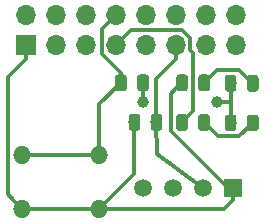
<source format=gtl>
G04 #@! TF.GenerationSoftware,KiCad,Pcbnew,(5.1.4)-1*
G04 #@! TF.CreationDate,2019-09-19T01:50:37+03:00*
G04 #@! TF.ProjectId,Project_2_RPI_HAT,50726f6a-6563-4745-9f32-5f5250495f48,v1*
G04 #@! TF.SameCoordinates,Original*
G04 #@! TF.FileFunction,Copper,L1,Top*
G04 #@! TF.FilePolarity,Positive*
%FSLAX46Y46*%
G04 Gerber Fmt 4.6, Leading zero omitted, Abs format (unit mm)*
G04 Created by KiCad (PCBNEW (5.1.4)-1) date 2019-09-19 01:50:37*
%MOMM*%
%LPD*%
G04 APERTURE LIST*
%ADD10O,1.700000X1.700000*%
%ADD11R,1.700000X1.700000*%
%ADD12C,0.100000*%
%ADD13C,0.975000*%
%ADD14O,1.524000X1.524000*%
%ADD15R,1.500000X1.500000*%
%ADD16C,1.500000*%
%ADD17C,1.000000*%
%ADD18C,0.300000*%
G04 APERTURE END LIST*
D10*
X63754000Y-63881000D03*
X63754000Y-66421000D03*
X61214000Y-63881000D03*
X61214000Y-66421000D03*
X58674000Y-63881000D03*
X58674000Y-66421000D03*
X56134000Y-63881000D03*
X56134000Y-66421000D03*
X53594000Y-63881000D03*
X53594000Y-66421000D03*
X51054000Y-63881000D03*
X51054000Y-66421000D03*
X48514000Y-63881000D03*
X48514000Y-66421000D03*
X45974000Y-63881000D03*
D11*
X45974000Y-66421000D03*
D12*
G36*
X63566742Y-72300774D02*
G01*
X63590403Y-72304284D01*
X63613607Y-72310096D01*
X63636129Y-72318154D01*
X63657753Y-72328382D01*
X63678270Y-72340679D01*
X63697483Y-72354929D01*
X63715207Y-72370993D01*
X63731271Y-72388717D01*
X63745521Y-72407930D01*
X63757818Y-72428447D01*
X63768046Y-72450071D01*
X63776104Y-72472593D01*
X63781916Y-72495797D01*
X63785426Y-72519458D01*
X63786600Y-72543350D01*
X63786600Y-73455850D01*
X63785426Y-73479742D01*
X63781916Y-73503403D01*
X63776104Y-73526607D01*
X63768046Y-73549129D01*
X63757818Y-73570753D01*
X63745521Y-73591270D01*
X63731271Y-73610483D01*
X63715207Y-73628207D01*
X63697483Y-73644271D01*
X63678270Y-73658521D01*
X63657753Y-73670818D01*
X63636129Y-73681046D01*
X63613607Y-73689104D01*
X63590403Y-73694916D01*
X63566742Y-73698426D01*
X63542850Y-73699600D01*
X63055350Y-73699600D01*
X63031458Y-73698426D01*
X63007797Y-73694916D01*
X62984593Y-73689104D01*
X62962071Y-73681046D01*
X62940447Y-73670818D01*
X62919930Y-73658521D01*
X62900717Y-73644271D01*
X62882993Y-73628207D01*
X62866929Y-73610483D01*
X62852679Y-73591270D01*
X62840382Y-73570753D01*
X62830154Y-73549129D01*
X62822096Y-73526607D01*
X62816284Y-73503403D01*
X62812774Y-73479742D01*
X62811600Y-73455850D01*
X62811600Y-72543350D01*
X62812774Y-72519458D01*
X62816284Y-72495797D01*
X62822096Y-72472593D01*
X62830154Y-72450071D01*
X62840382Y-72428447D01*
X62852679Y-72407930D01*
X62866929Y-72388717D01*
X62882993Y-72370993D01*
X62900717Y-72354929D01*
X62919930Y-72340679D01*
X62940447Y-72328382D01*
X62962071Y-72318154D01*
X62984593Y-72310096D01*
X63007797Y-72304284D01*
X63031458Y-72300774D01*
X63055350Y-72299600D01*
X63542850Y-72299600D01*
X63566742Y-72300774D01*
X63566742Y-72300774D01*
G37*
D13*
X63299100Y-72999600D03*
D12*
G36*
X65441742Y-72300774D02*
G01*
X65465403Y-72304284D01*
X65488607Y-72310096D01*
X65511129Y-72318154D01*
X65532753Y-72328382D01*
X65553270Y-72340679D01*
X65572483Y-72354929D01*
X65590207Y-72370993D01*
X65606271Y-72388717D01*
X65620521Y-72407930D01*
X65632818Y-72428447D01*
X65643046Y-72450071D01*
X65651104Y-72472593D01*
X65656916Y-72495797D01*
X65660426Y-72519458D01*
X65661600Y-72543350D01*
X65661600Y-73455850D01*
X65660426Y-73479742D01*
X65656916Y-73503403D01*
X65651104Y-73526607D01*
X65643046Y-73549129D01*
X65632818Y-73570753D01*
X65620521Y-73591270D01*
X65606271Y-73610483D01*
X65590207Y-73628207D01*
X65572483Y-73644271D01*
X65553270Y-73658521D01*
X65532753Y-73670818D01*
X65511129Y-73681046D01*
X65488607Y-73689104D01*
X65465403Y-73694916D01*
X65441742Y-73698426D01*
X65417850Y-73699600D01*
X64930350Y-73699600D01*
X64906458Y-73698426D01*
X64882797Y-73694916D01*
X64859593Y-73689104D01*
X64837071Y-73681046D01*
X64815447Y-73670818D01*
X64794930Y-73658521D01*
X64775717Y-73644271D01*
X64757993Y-73628207D01*
X64741929Y-73610483D01*
X64727679Y-73591270D01*
X64715382Y-73570753D01*
X64705154Y-73549129D01*
X64697096Y-73526607D01*
X64691284Y-73503403D01*
X64687774Y-73479742D01*
X64686600Y-73455850D01*
X64686600Y-72543350D01*
X64687774Y-72519458D01*
X64691284Y-72495797D01*
X64697096Y-72472593D01*
X64705154Y-72450071D01*
X64715382Y-72428447D01*
X64727679Y-72407930D01*
X64741929Y-72388717D01*
X64757993Y-72370993D01*
X64775717Y-72354929D01*
X64794930Y-72340679D01*
X64815447Y-72328382D01*
X64837071Y-72318154D01*
X64859593Y-72310096D01*
X64882797Y-72304284D01*
X64906458Y-72300774D01*
X64930350Y-72299600D01*
X65417850Y-72299600D01*
X65441742Y-72300774D01*
X65441742Y-72300774D01*
G37*
D13*
X65174100Y-72999600D03*
D12*
G36*
X65441742Y-68947974D02*
G01*
X65465403Y-68951484D01*
X65488607Y-68957296D01*
X65511129Y-68965354D01*
X65532753Y-68975582D01*
X65553270Y-68987879D01*
X65572483Y-69002129D01*
X65590207Y-69018193D01*
X65606271Y-69035917D01*
X65620521Y-69055130D01*
X65632818Y-69075647D01*
X65643046Y-69097271D01*
X65651104Y-69119793D01*
X65656916Y-69142997D01*
X65660426Y-69166658D01*
X65661600Y-69190550D01*
X65661600Y-70103050D01*
X65660426Y-70126942D01*
X65656916Y-70150603D01*
X65651104Y-70173807D01*
X65643046Y-70196329D01*
X65632818Y-70217953D01*
X65620521Y-70238470D01*
X65606271Y-70257683D01*
X65590207Y-70275407D01*
X65572483Y-70291471D01*
X65553270Y-70305721D01*
X65532753Y-70318018D01*
X65511129Y-70328246D01*
X65488607Y-70336304D01*
X65465403Y-70342116D01*
X65441742Y-70345626D01*
X65417850Y-70346800D01*
X64930350Y-70346800D01*
X64906458Y-70345626D01*
X64882797Y-70342116D01*
X64859593Y-70336304D01*
X64837071Y-70328246D01*
X64815447Y-70318018D01*
X64794930Y-70305721D01*
X64775717Y-70291471D01*
X64757993Y-70275407D01*
X64741929Y-70257683D01*
X64727679Y-70238470D01*
X64715382Y-70217953D01*
X64705154Y-70196329D01*
X64697096Y-70173807D01*
X64691284Y-70150603D01*
X64687774Y-70126942D01*
X64686600Y-70103050D01*
X64686600Y-69190550D01*
X64687774Y-69166658D01*
X64691284Y-69142997D01*
X64697096Y-69119793D01*
X64705154Y-69097271D01*
X64715382Y-69075647D01*
X64727679Y-69055130D01*
X64741929Y-69035917D01*
X64757993Y-69018193D01*
X64775717Y-69002129D01*
X64794930Y-68987879D01*
X64815447Y-68975582D01*
X64837071Y-68965354D01*
X64859593Y-68957296D01*
X64882797Y-68951484D01*
X64906458Y-68947974D01*
X64930350Y-68946800D01*
X65417850Y-68946800D01*
X65441742Y-68947974D01*
X65441742Y-68947974D01*
G37*
D13*
X65174100Y-69646800D03*
D12*
G36*
X63566742Y-68947974D02*
G01*
X63590403Y-68951484D01*
X63613607Y-68957296D01*
X63636129Y-68965354D01*
X63657753Y-68975582D01*
X63678270Y-68987879D01*
X63697483Y-69002129D01*
X63715207Y-69018193D01*
X63731271Y-69035917D01*
X63745521Y-69055130D01*
X63757818Y-69075647D01*
X63768046Y-69097271D01*
X63776104Y-69119793D01*
X63781916Y-69142997D01*
X63785426Y-69166658D01*
X63786600Y-69190550D01*
X63786600Y-70103050D01*
X63785426Y-70126942D01*
X63781916Y-70150603D01*
X63776104Y-70173807D01*
X63768046Y-70196329D01*
X63757818Y-70217953D01*
X63745521Y-70238470D01*
X63731271Y-70257683D01*
X63715207Y-70275407D01*
X63697483Y-70291471D01*
X63678270Y-70305721D01*
X63657753Y-70318018D01*
X63636129Y-70328246D01*
X63613607Y-70336304D01*
X63590403Y-70342116D01*
X63566742Y-70345626D01*
X63542850Y-70346800D01*
X63055350Y-70346800D01*
X63031458Y-70345626D01*
X63007797Y-70342116D01*
X62984593Y-70336304D01*
X62962071Y-70328246D01*
X62940447Y-70318018D01*
X62919930Y-70305721D01*
X62900717Y-70291471D01*
X62882993Y-70275407D01*
X62866929Y-70257683D01*
X62852679Y-70238470D01*
X62840382Y-70217953D01*
X62830154Y-70196329D01*
X62822096Y-70173807D01*
X62816284Y-70150603D01*
X62812774Y-70126942D01*
X62811600Y-70103050D01*
X62811600Y-69190550D01*
X62812774Y-69166658D01*
X62816284Y-69142997D01*
X62822096Y-69119793D01*
X62830154Y-69097271D01*
X62840382Y-69075647D01*
X62852679Y-69055130D01*
X62866929Y-69035917D01*
X62882993Y-69018193D01*
X62900717Y-69002129D01*
X62919930Y-68987879D01*
X62940447Y-68975582D01*
X62962071Y-68965354D01*
X62984593Y-68957296D01*
X63007797Y-68951484D01*
X63031458Y-68947974D01*
X63055350Y-68946800D01*
X63542850Y-68946800D01*
X63566742Y-68947974D01*
X63566742Y-68947974D01*
G37*
D13*
X63299100Y-69646800D03*
D12*
G36*
X56145342Y-68902974D02*
G01*
X56169003Y-68906484D01*
X56192207Y-68912296D01*
X56214729Y-68920354D01*
X56236353Y-68930582D01*
X56256870Y-68942879D01*
X56276083Y-68957129D01*
X56293807Y-68973193D01*
X56309871Y-68990917D01*
X56324121Y-69010130D01*
X56336418Y-69030647D01*
X56346646Y-69052271D01*
X56354704Y-69074793D01*
X56360516Y-69097997D01*
X56364026Y-69121658D01*
X56365200Y-69145550D01*
X56365200Y-70058050D01*
X56364026Y-70081942D01*
X56360516Y-70105603D01*
X56354704Y-70128807D01*
X56346646Y-70151329D01*
X56336418Y-70172953D01*
X56324121Y-70193470D01*
X56309871Y-70212683D01*
X56293807Y-70230407D01*
X56276083Y-70246471D01*
X56256870Y-70260721D01*
X56236353Y-70273018D01*
X56214729Y-70283246D01*
X56192207Y-70291304D01*
X56169003Y-70297116D01*
X56145342Y-70300626D01*
X56121450Y-70301800D01*
X55633950Y-70301800D01*
X55610058Y-70300626D01*
X55586397Y-70297116D01*
X55563193Y-70291304D01*
X55540671Y-70283246D01*
X55519047Y-70273018D01*
X55498530Y-70260721D01*
X55479317Y-70246471D01*
X55461593Y-70230407D01*
X55445529Y-70212683D01*
X55431279Y-70193470D01*
X55418982Y-70172953D01*
X55408754Y-70151329D01*
X55400696Y-70128807D01*
X55394884Y-70105603D01*
X55391374Y-70081942D01*
X55390200Y-70058050D01*
X55390200Y-69145550D01*
X55391374Y-69121658D01*
X55394884Y-69097997D01*
X55400696Y-69074793D01*
X55408754Y-69052271D01*
X55418982Y-69030647D01*
X55431279Y-69010130D01*
X55445529Y-68990917D01*
X55461593Y-68973193D01*
X55479317Y-68957129D01*
X55498530Y-68942879D01*
X55519047Y-68930582D01*
X55540671Y-68920354D01*
X55563193Y-68912296D01*
X55586397Y-68906484D01*
X55610058Y-68902974D01*
X55633950Y-68901800D01*
X56121450Y-68901800D01*
X56145342Y-68902974D01*
X56145342Y-68902974D01*
G37*
D13*
X55877700Y-69601800D03*
D12*
G36*
X54270342Y-68902974D02*
G01*
X54294003Y-68906484D01*
X54317207Y-68912296D01*
X54339729Y-68920354D01*
X54361353Y-68930582D01*
X54381870Y-68942879D01*
X54401083Y-68957129D01*
X54418807Y-68973193D01*
X54434871Y-68990917D01*
X54449121Y-69010130D01*
X54461418Y-69030647D01*
X54471646Y-69052271D01*
X54479704Y-69074793D01*
X54485516Y-69097997D01*
X54489026Y-69121658D01*
X54490200Y-69145550D01*
X54490200Y-70058050D01*
X54489026Y-70081942D01*
X54485516Y-70105603D01*
X54479704Y-70128807D01*
X54471646Y-70151329D01*
X54461418Y-70172953D01*
X54449121Y-70193470D01*
X54434871Y-70212683D01*
X54418807Y-70230407D01*
X54401083Y-70246471D01*
X54381870Y-70260721D01*
X54361353Y-70273018D01*
X54339729Y-70283246D01*
X54317207Y-70291304D01*
X54294003Y-70297116D01*
X54270342Y-70300626D01*
X54246450Y-70301800D01*
X53758950Y-70301800D01*
X53735058Y-70300626D01*
X53711397Y-70297116D01*
X53688193Y-70291304D01*
X53665671Y-70283246D01*
X53644047Y-70273018D01*
X53623530Y-70260721D01*
X53604317Y-70246471D01*
X53586593Y-70230407D01*
X53570529Y-70212683D01*
X53556279Y-70193470D01*
X53543982Y-70172953D01*
X53533754Y-70151329D01*
X53525696Y-70128807D01*
X53519884Y-70105603D01*
X53516374Y-70081942D01*
X53515200Y-70058050D01*
X53515200Y-69145550D01*
X53516374Y-69121658D01*
X53519884Y-69097997D01*
X53525696Y-69074793D01*
X53533754Y-69052271D01*
X53543982Y-69030647D01*
X53556279Y-69010130D01*
X53570529Y-68990917D01*
X53586593Y-68973193D01*
X53604317Y-68957129D01*
X53623530Y-68942879D01*
X53644047Y-68930582D01*
X53665671Y-68920354D01*
X53688193Y-68912296D01*
X53711397Y-68906484D01*
X53735058Y-68902974D01*
X53758950Y-68901800D01*
X54246450Y-68901800D01*
X54270342Y-68902974D01*
X54270342Y-68902974D01*
G37*
D13*
X54002700Y-69601800D03*
D12*
G36*
X55413342Y-72255774D02*
G01*
X55437003Y-72259284D01*
X55460207Y-72265096D01*
X55482729Y-72273154D01*
X55504353Y-72283382D01*
X55524870Y-72295679D01*
X55544083Y-72309929D01*
X55561807Y-72325993D01*
X55577871Y-72343717D01*
X55592121Y-72362930D01*
X55604418Y-72383447D01*
X55614646Y-72405071D01*
X55622704Y-72427593D01*
X55628516Y-72450797D01*
X55632026Y-72474458D01*
X55633200Y-72498350D01*
X55633200Y-73410850D01*
X55632026Y-73434742D01*
X55628516Y-73458403D01*
X55622704Y-73481607D01*
X55614646Y-73504129D01*
X55604418Y-73525753D01*
X55592121Y-73546270D01*
X55577871Y-73565483D01*
X55561807Y-73583207D01*
X55544083Y-73599271D01*
X55524870Y-73613521D01*
X55504353Y-73625818D01*
X55482729Y-73636046D01*
X55460207Y-73644104D01*
X55437003Y-73649916D01*
X55413342Y-73653426D01*
X55389450Y-73654600D01*
X54901950Y-73654600D01*
X54878058Y-73653426D01*
X54854397Y-73649916D01*
X54831193Y-73644104D01*
X54808671Y-73636046D01*
X54787047Y-73625818D01*
X54766530Y-73613521D01*
X54747317Y-73599271D01*
X54729593Y-73583207D01*
X54713529Y-73565483D01*
X54699279Y-73546270D01*
X54686982Y-73525753D01*
X54676754Y-73504129D01*
X54668696Y-73481607D01*
X54662884Y-73458403D01*
X54659374Y-73434742D01*
X54658200Y-73410850D01*
X54658200Y-72498350D01*
X54659374Y-72474458D01*
X54662884Y-72450797D01*
X54668696Y-72427593D01*
X54676754Y-72405071D01*
X54686982Y-72383447D01*
X54699279Y-72362930D01*
X54713529Y-72343717D01*
X54729593Y-72325993D01*
X54747317Y-72309929D01*
X54766530Y-72295679D01*
X54787047Y-72283382D01*
X54808671Y-72273154D01*
X54831193Y-72265096D01*
X54854397Y-72259284D01*
X54878058Y-72255774D01*
X54901950Y-72254600D01*
X55389450Y-72254600D01*
X55413342Y-72255774D01*
X55413342Y-72255774D01*
G37*
D13*
X55145700Y-72954600D03*
D12*
G36*
X57288342Y-72255774D02*
G01*
X57312003Y-72259284D01*
X57335207Y-72265096D01*
X57357729Y-72273154D01*
X57379353Y-72283382D01*
X57399870Y-72295679D01*
X57419083Y-72309929D01*
X57436807Y-72325993D01*
X57452871Y-72343717D01*
X57467121Y-72362930D01*
X57479418Y-72383447D01*
X57489646Y-72405071D01*
X57497704Y-72427593D01*
X57503516Y-72450797D01*
X57507026Y-72474458D01*
X57508200Y-72498350D01*
X57508200Y-73410850D01*
X57507026Y-73434742D01*
X57503516Y-73458403D01*
X57497704Y-73481607D01*
X57489646Y-73504129D01*
X57479418Y-73525753D01*
X57467121Y-73546270D01*
X57452871Y-73565483D01*
X57436807Y-73583207D01*
X57419083Y-73599271D01*
X57399870Y-73613521D01*
X57379353Y-73625818D01*
X57357729Y-73636046D01*
X57335207Y-73644104D01*
X57312003Y-73649916D01*
X57288342Y-73653426D01*
X57264450Y-73654600D01*
X56776950Y-73654600D01*
X56753058Y-73653426D01*
X56729397Y-73649916D01*
X56706193Y-73644104D01*
X56683671Y-73636046D01*
X56662047Y-73625818D01*
X56641530Y-73613521D01*
X56622317Y-73599271D01*
X56604593Y-73583207D01*
X56588529Y-73565483D01*
X56574279Y-73546270D01*
X56561982Y-73525753D01*
X56551754Y-73504129D01*
X56543696Y-73481607D01*
X56537884Y-73458403D01*
X56534374Y-73434742D01*
X56533200Y-73410850D01*
X56533200Y-72498350D01*
X56534374Y-72474458D01*
X56537884Y-72450797D01*
X56543696Y-72427593D01*
X56551754Y-72405071D01*
X56561982Y-72383447D01*
X56574279Y-72362930D01*
X56588529Y-72343717D01*
X56604593Y-72325993D01*
X56622317Y-72309929D01*
X56641530Y-72295679D01*
X56662047Y-72283382D01*
X56683671Y-72273154D01*
X56706193Y-72265096D01*
X56729397Y-72259284D01*
X56753058Y-72255774D01*
X56776950Y-72254600D01*
X57264450Y-72254600D01*
X57288342Y-72255774D01*
X57288342Y-72255774D01*
G37*
D13*
X57020700Y-72954600D03*
D12*
G36*
X61326942Y-72255774D02*
G01*
X61350603Y-72259284D01*
X61373807Y-72265096D01*
X61396329Y-72273154D01*
X61417953Y-72283382D01*
X61438470Y-72295679D01*
X61457683Y-72309929D01*
X61475407Y-72325993D01*
X61491471Y-72343717D01*
X61505721Y-72362930D01*
X61518018Y-72383447D01*
X61528246Y-72405071D01*
X61536304Y-72427593D01*
X61542116Y-72450797D01*
X61545626Y-72474458D01*
X61546800Y-72498350D01*
X61546800Y-73410850D01*
X61545626Y-73434742D01*
X61542116Y-73458403D01*
X61536304Y-73481607D01*
X61528246Y-73504129D01*
X61518018Y-73525753D01*
X61505721Y-73546270D01*
X61491471Y-73565483D01*
X61475407Y-73583207D01*
X61457683Y-73599271D01*
X61438470Y-73613521D01*
X61417953Y-73625818D01*
X61396329Y-73636046D01*
X61373807Y-73644104D01*
X61350603Y-73649916D01*
X61326942Y-73653426D01*
X61303050Y-73654600D01*
X60815550Y-73654600D01*
X60791658Y-73653426D01*
X60767997Y-73649916D01*
X60744793Y-73644104D01*
X60722271Y-73636046D01*
X60700647Y-73625818D01*
X60680130Y-73613521D01*
X60660917Y-73599271D01*
X60643193Y-73583207D01*
X60627129Y-73565483D01*
X60612879Y-73546270D01*
X60600582Y-73525753D01*
X60590354Y-73504129D01*
X60582296Y-73481607D01*
X60576484Y-73458403D01*
X60572974Y-73434742D01*
X60571800Y-73410850D01*
X60571800Y-72498350D01*
X60572974Y-72474458D01*
X60576484Y-72450797D01*
X60582296Y-72427593D01*
X60590354Y-72405071D01*
X60600582Y-72383447D01*
X60612879Y-72362930D01*
X60627129Y-72343717D01*
X60643193Y-72325993D01*
X60660917Y-72309929D01*
X60680130Y-72295679D01*
X60700647Y-72283382D01*
X60722271Y-72273154D01*
X60744793Y-72265096D01*
X60767997Y-72259284D01*
X60791658Y-72255774D01*
X60815550Y-72254600D01*
X61303050Y-72254600D01*
X61326942Y-72255774D01*
X61326942Y-72255774D01*
G37*
D13*
X61059300Y-72954600D03*
D12*
G36*
X59451942Y-72255774D02*
G01*
X59475603Y-72259284D01*
X59498807Y-72265096D01*
X59521329Y-72273154D01*
X59542953Y-72283382D01*
X59563470Y-72295679D01*
X59582683Y-72309929D01*
X59600407Y-72325993D01*
X59616471Y-72343717D01*
X59630721Y-72362930D01*
X59643018Y-72383447D01*
X59653246Y-72405071D01*
X59661304Y-72427593D01*
X59667116Y-72450797D01*
X59670626Y-72474458D01*
X59671800Y-72498350D01*
X59671800Y-73410850D01*
X59670626Y-73434742D01*
X59667116Y-73458403D01*
X59661304Y-73481607D01*
X59653246Y-73504129D01*
X59643018Y-73525753D01*
X59630721Y-73546270D01*
X59616471Y-73565483D01*
X59600407Y-73583207D01*
X59582683Y-73599271D01*
X59563470Y-73613521D01*
X59542953Y-73625818D01*
X59521329Y-73636046D01*
X59498807Y-73644104D01*
X59475603Y-73649916D01*
X59451942Y-73653426D01*
X59428050Y-73654600D01*
X58940550Y-73654600D01*
X58916658Y-73653426D01*
X58892997Y-73649916D01*
X58869793Y-73644104D01*
X58847271Y-73636046D01*
X58825647Y-73625818D01*
X58805130Y-73613521D01*
X58785917Y-73599271D01*
X58768193Y-73583207D01*
X58752129Y-73565483D01*
X58737879Y-73546270D01*
X58725582Y-73525753D01*
X58715354Y-73504129D01*
X58707296Y-73481607D01*
X58701484Y-73458403D01*
X58697974Y-73434742D01*
X58696800Y-73410850D01*
X58696800Y-72498350D01*
X58697974Y-72474458D01*
X58701484Y-72450797D01*
X58707296Y-72427593D01*
X58715354Y-72405071D01*
X58725582Y-72383447D01*
X58737879Y-72362930D01*
X58752129Y-72343717D01*
X58768193Y-72325993D01*
X58785917Y-72309929D01*
X58805130Y-72295679D01*
X58825647Y-72283382D01*
X58847271Y-72273154D01*
X58869793Y-72265096D01*
X58892997Y-72259284D01*
X58916658Y-72255774D01*
X58940550Y-72254600D01*
X59428050Y-72254600D01*
X59451942Y-72255774D01*
X59451942Y-72255774D01*
G37*
D13*
X59184300Y-72954600D03*
D12*
G36*
X59451942Y-68902974D02*
G01*
X59475603Y-68906484D01*
X59498807Y-68912296D01*
X59521329Y-68920354D01*
X59542953Y-68930582D01*
X59563470Y-68942879D01*
X59582683Y-68957129D01*
X59600407Y-68973193D01*
X59616471Y-68990917D01*
X59630721Y-69010130D01*
X59643018Y-69030647D01*
X59653246Y-69052271D01*
X59661304Y-69074793D01*
X59667116Y-69097997D01*
X59670626Y-69121658D01*
X59671800Y-69145550D01*
X59671800Y-70058050D01*
X59670626Y-70081942D01*
X59667116Y-70105603D01*
X59661304Y-70128807D01*
X59653246Y-70151329D01*
X59643018Y-70172953D01*
X59630721Y-70193470D01*
X59616471Y-70212683D01*
X59600407Y-70230407D01*
X59582683Y-70246471D01*
X59563470Y-70260721D01*
X59542953Y-70273018D01*
X59521329Y-70283246D01*
X59498807Y-70291304D01*
X59475603Y-70297116D01*
X59451942Y-70300626D01*
X59428050Y-70301800D01*
X58940550Y-70301800D01*
X58916658Y-70300626D01*
X58892997Y-70297116D01*
X58869793Y-70291304D01*
X58847271Y-70283246D01*
X58825647Y-70273018D01*
X58805130Y-70260721D01*
X58785917Y-70246471D01*
X58768193Y-70230407D01*
X58752129Y-70212683D01*
X58737879Y-70193470D01*
X58725582Y-70172953D01*
X58715354Y-70151329D01*
X58707296Y-70128807D01*
X58701484Y-70105603D01*
X58697974Y-70081942D01*
X58696800Y-70058050D01*
X58696800Y-69145550D01*
X58697974Y-69121658D01*
X58701484Y-69097997D01*
X58707296Y-69074793D01*
X58715354Y-69052271D01*
X58725582Y-69030647D01*
X58737879Y-69010130D01*
X58752129Y-68990917D01*
X58768193Y-68973193D01*
X58785917Y-68957129D01*
X58805130Y-68942879D01*
X58825647Y-68930582D01*
X58847271Y-68920354D01*
X58869793Y-68912296D01*
X58892997Y-68906484D01*
X58916658Y-68902974D01*
X58940550Y-68901800D01*
X59428050Y-68901800D01*
X59451942Y-68902974D01*
X59451942Y-68902974D01*
G37*
D13*
X59184300Y-69601800D03*
D12*
G36*
X61326942Y-68902974D02*
G01*
X61350603Y-68906484D01*
X61373807Y-68912296D01*
X61396329Y-68920354D01*
X61417953Y-68930582D01*
X61438470Y-68942879D01*
X61457683Y-68957129D01*
X61475407Y-68973193D01*
X61491471Y-68990917D01*
X61505721Y-69010130D01*
X61518018Y-69030647D01*
X61528246Y-69052271D01*
X61536304Y-69074793D01*
X61542116Y-69097997D01*
X61545626Y-69121658D01*
X61546800Y-69145550D01*
X61546800Y-70058050D01*
X61545626Y-70081942D01*
X61542116Y-70105603D01*
X61536304Y-70128807D01*
X61528246Y-70151329D01*
X61518018Y-70172953D01*
X61505721Y-70193470D01*
X61491471Y-70212683D01*
X61475407Y-70230407D01*
X61457683Y-70246471D01*
X61438470Y-70260721D01*
X61417953Y-70273018D01*
X61396329Y-70283246D01*
X61373807Y-70291304D01*
X61350603Y-70297116D01*
X61326942Y-70300626D01*
X61303050Y-70301800D01*
X60815550Y-70301800D01*
X60791658Y-70300626D01*
X60767997Y-70297116D01*
X60744793Y-70291304D01*
X60722271Y-70283246D01*
X60700647Y-70273018D01*
X60680130Y-70260721D01*
X60660917Y-70246471D01*
X60643193Y-70230407D01*
X60627129Y-70212683D01*
X60612879Y-70193470D01*
X60600582Y-70172953D01*
X60590354Y-70151329D01*
X60582296Y-70128807D01*
X60576484Y-70105603D01*
X60572974Y-70081942D01*
X60571800Y-70058050D01*
X60571800Y-69145550D01*
X60572974Y-69121658D01*
X60576484Y-69097997D01*
X60582296Y-69074793D01*
X60590354Y-69052271D01*
X60600582Y-69030647D01*
X60612879Y-69010130D01*
X60627129Y-68990917D01*
X60643193Y-68973193D01*
X60660917Y-68957129D01*
X60680130Y-68942879D01*
X60700647Y-68930582D01*
X60722271Y-68920354D01*
X60744793Y-68912296D01*
X60767997Y-68906484D01*
X60791658Y-68902974D01*
X60815550Y-68901800D01*
X61303050Y-68901800D01*
X61326942Y-68902974D01*
X61326942Y-68902974D01*
G37*
D13*
X61059300Y-69601800D03*
D14*
X52171600Y-80264000D03*
X45669200Y-80264000D03*
X52171600Y-75742800D03*
X45669200Y-75742800D03*
D15*
X63500000Y-78486000D03*
D16*
X60960000Y-78486000D03*
X58420000Y-78486000D03*
X55880000Y-78486000D03*
D17*
X55880000Y-71221600D03*
X62103000Y-71196200D03*
D18*
X63299100Y-72999600D02*
X63299100Y-72199600D01*
X55877700Y-70401800D02*
X55880000Y-70404100D01*
X55877700Y-69601800D02*
X55877700Y-70401800D01*
X55880000Y-70404100D02*
X55880000Y-71221600D01*
X62105300Y-71193900D02*
X62103000Y-71196200D01*
X63299100Y-71193900D02*
X62105300Y-71193900D01*
X63299100Y-72199600D02*
X63299100Y-71193900D01*
X63299100Y-71193900D02*
X63299100Y-69646800D01*
X61615537Y-73510837D02*
X61059300Y-72954600D01*
X62254310Y-74149610D02*
X61615537Y-73510837D01*
X64024090Y-74149610D02*
X62254310Y-74149610D01*
X65174100Y-72999600D02*
X64024090Y-74149610D01*
X64617863Y-69090563D02*
X65174100Y-69646800D01*
X64024090Y-68496790D02*
X64617863Y-69090563D01*
X62164310Y-68496790D02*
X64024090Y-68496790D01*
X61059300Y-69601800D02*
X62164310Y-68496790D01*
X58628063Y-70158037D02*
X59184300Y-69601800D01*
X58246790Y-70539310D02*
X58628063Y-70158037D01*
X58246790Y-73698216D02*
X58246790Y-70539310D01*
X63034574Y-78486000D02*
X58246790Y-73698216D01*
X63500000Y-78486000D02*
X63034574Y-78486000D01*
X44907201Y-79502001D02*
X45669200Y-80264000D01*
X44457199Y-79051999D02*
X44907201Y-79502001D01*
X44457199Y-69087801D02*
X44457199Y-79051999D01*
X45974000Y-67571000D02*
X44457199Y-69087801D01*
X45974000Y-66421000D02*
X45974000Y-67571000D01*
X46746830Y-80264000D02*
X52171600Y-80264000D01*
X45669200Y-80264000D02*
X46746830Y-80264000D01*
X55145700Y-77289900D02*
X52171600Y-80264000D01*
X55145700Y-72954600D02*
X55145700Y-77289900D01*
X63500000Y-79536000D02*
X63500000Y-78486000D01*
X62772000Y-80264000D02*
X63500000Y-79536000D01*
X52171600Y-80264000D02*
X62772000Y-80264000D01*
X54894001Y-65120999D02*
X54443999Y-65571001D01*
X59150001Y-65120999D02*
X54894001Y-65120999D01*
X59874001Y-65844999D02*
X59150001Y-65120999D01*
X54443999Y-65571001D02*
X53594000Y-66421000D01*
X59874001Y-66857003D02*
X59874001Y-65844999D01*
X60121810Y-72017090D02*
X60121810Y-67104812D01*
X60121810Y-67104812D02*
X59874001Y-66857003D01*
X59184300Y-72954600D02*
X60121810Y-72017090D01*
X52744001Y-64730999D02*
X53594000Y-63881000D01*
X52393999Y-65081001D02*
X52744001Y-64730999D01*
X52393999Y-67193099D02*
X52393999Y-65081001D01*
X54002700Y-68801800D02*
X52393999Y-67193099D01*
X54002700Y-69601800D02*
X54002700Y-68801800D01*
X52171600Y-71432900D02*
X54002700Y-69601800D01*
X52171600Y-75742800D02*
X52171600Y-71432900D01*
X45669200Y-75742800D02*
X52171600Y-75742800D01*
X57020700Y-72154600D02*
X57020700Y-72954600D01*
X57020700Y-69276381D02*
X57020700Y-72154600D01*
X58674000Y-67623081D02*
X57020700Y-69276381D01*
X58674000Y-66421000D02*
X58674000Y-67623081D01*
X57023000Y-75615800D02*
X57020700Y-72954600D01*
X60960000Y-78486000D02*
X57023000Y-75615800D01*
M02*

</source>
